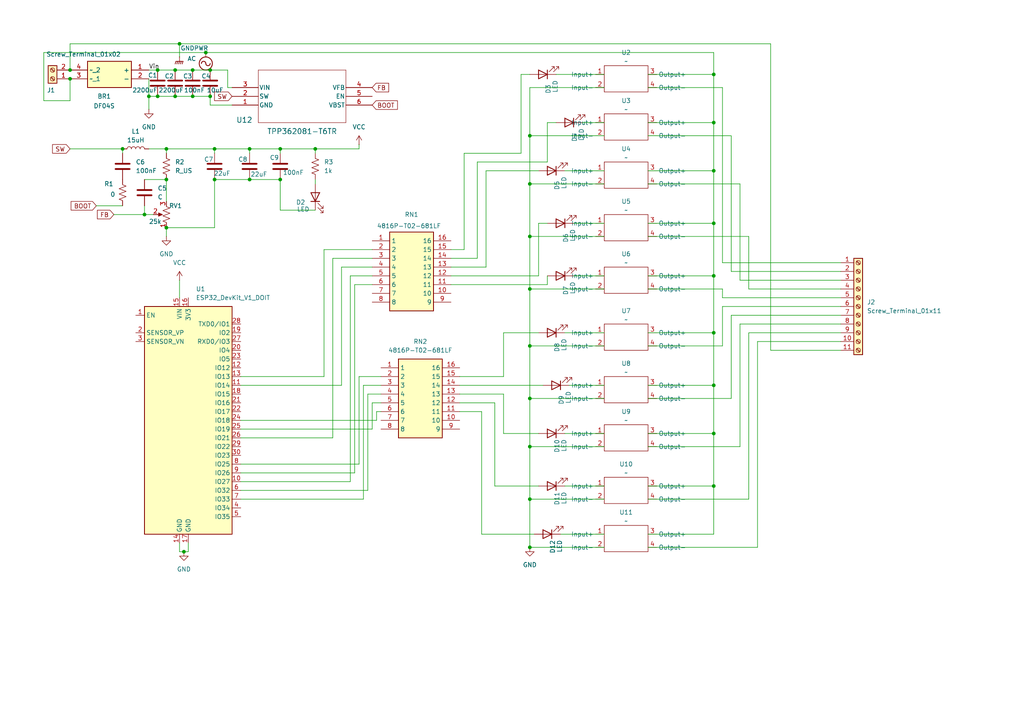
<source format=kicad_sch>
(kicad_sch (version 20231120) (generator "eeschema") (generator_version "8.0")
  (paper "A4")
  (lib_symbols
    (symbol "Bridge_rectifier:DF04S"
      (property "Reference" "BR" (at 19.05 7.62 0))
      (property "Value" "DF04S" (at 19.05 5.08 0))
      (symbol "DF04S_1_1"
        (rectangle (start 5.08 2.54) (end 17.78 -5.08) (stroke (width 0.254)) (fill (type background)))
        (pin passive line (at 0 0 0) (length 5.08) (name "+") (number "1"))
        (pin passive line (at 0 -2.54 0) (length 5.08) (name "-") (number "2"))
        (pin passive line (at 22.86 -2.54 180) (length 5.08) (name "~_1") (number "3"))
        (pin passive line (at 22.86 0 180) (length 5.08) (name "~_2") (number "4"))
      )
    )
    (symbol "Connector:Screw_Terminal_01x02" (pin_names (offset 1.016) hide)
      (property "Reference" "J" (at 0 2.54 0))
      (property "Value" "Screw_Terminal_01x02" (at 0 -5.08 0))
      (symbol "Screw_Terminal_01x02_1_1"
        (rectangle (start -1.27 1.27) (end 1.27 -3.81) (stroke (width 0.254)) (fill (type background)))
        (circle (center 0 -2.54) (radius 0.635) (stroke (width 0.1524)))
        (polyline (pts (xy -0.5334 -2.2098) (xy 0.3302 -3.048)) (stroke (width 0.1524)))
        (polyline (pts (xy -0.5334 0.3302) (xy 0.3302 -0.508)) (stroke (width 0.1524)))
        (polyline (pts (xy -0.3556 -2.032) (xy 0.508 -2.8702)) (stroke (width 0.1524)))
        (polyline (pts (xy -0.3556 0.508) (xy 0.508 -0.3302)) (stroke (width 0.1524)))
        (circle (center 0 0) (radius 0.635) (stroke (width 0.1524)))
        (pin passive line (at -5.08 0 0) (length 3.81) (name "Pin_1") (number "1"))
        (pin passive line (at -5.08 -2.54 0) (length 3.81) (name "Pin_2") (number "2"))
      )
    )
    (symbol "Connector:Screw_Terminal_01x11" (pin_names (offset 1.016) hide)
      (property "Reference" "J" (at 0 15.24 0))
      (property "Value" "Screw_Terminal_01x11" (at 0 -15.24 0))
      (symbol "Screw_Terminal_01x11_1_1"
        (rectangle (start -1.27 13.97) (end 1.27 -13.97) (stroke (width 0.254)) (fill (type background)))
        (circle (center 0 -12.7) (radius 0.635) (stroke (width 0.1524)))
        (circle (center 0 -10.16) (radius 0.635) (stroke (width 0.1524)))
        (circle (center 0 -7.62) (radius 0.635) (stroke (width 0.1524)))
        (circle (center 0 -5.08) (radius 0.635) (stroke (width 0.1524)))
        (circle (center 0 -2.54) (radius 0.635) (stroke (width 0.1524)))
        (polyline (pts (xy -0.5334 -12.3698) (xy 0.3302 -13.208)) (stroke (width 0.1524)))
        (polyline (pts (xy -0.5334 -9.8298) (xy 0.3302 -10.668)) (stroke (width 0.1524)))
        (polyline (pts (xy -0.5334 -7.2898) (xy 0.3302 -8.128)) (stroke (width 0.1524)))
        (polyline (pts (xy -0.5334 -4.7498) (xy 0.3302 -5.588)) (stroke (width 0.1524)))
        (polyline (pts (xy -0.5334 -2.2098) (xy 0.3302 -3.048)) (stroke (width 0.1524)))
        (polyline (pts (xy -0.5334 0.3302) (xy 0.3302 -0.508)) (stroke (width 0.1524)))
        (polyline (pts (xy -0.5334 2.8702) (xy 0.3302 2.032)) (stroke (width 0.1524)))
        (polyline (pts (xy -0.5334 5.4102) (xy 0.3302 4.572)) (stroke (width 0.1524)))
        (polyline (pts (xy -0.5334 7.9502) (xy 0.3302 7.112)) (stroke (width 0.1524)))
        (polyline (pts (xy -0.5334 10.4902) (xy 0.3302 9.652)) (stroke (width 0.1524)))
        (polyline (pts (xy -0.5334 13.0302) (xy 0.3302 12.192)) (stroke (width 0.1524)))
        (polyline (pts (xy -0.3556 -12.192) (xy 0.508 -13.0302)) (stroke (width 0.1524)))
        (polyline (pts (xy -0.3556 -9.652) (xy 0.508 -10.4902)) (stroke (width 0.1524)))
        (polyline (pts (xy -0.3556 -7.112) (xy 0.508 -7.9502)) (stroke (width 0.1524)))
        (polyline (pts (xy -0.3556 -4.572) (xy 0.508 -5.4102)) (stroke (width 0.1524)))
        (polyline (pts (xy -0.3556 -2.032) (xy 0.508 -2.8702)) (stroke (width 0.1524)))
        (polyline (pts (xy -0.3556 0.508) (xy 0.508 -0.3302)) (stroke (width 0.1524)))
        (polyline (pts (xy -0.3556 3.048) (xy 0.508 2.2098)) (stroke (width 0.1524)))
        (polyline (pts (xy -0.3556 5.588) (xy 0.508 4.7498)) (stroke (width 0.1524)))
        (polyline (pts (xy -0.3556 8.128) (xy 0.508 7.2898)) (stroke (width 0.1524)))
        (polyline (pts (xy -0.3556 10.668) (xy 0.508 9.8298)) (stroke (width 0.1524)))
        (polyline (pts (xy -0.3556 13.208) (xy 0.508 12.3698)) (stroke (width 0.1524)))
        (circle (center 0 0) (radius 0.635) (stroke (width 0.1524)))
        (circle (center 0 2.54) (radius 0.635) (stroke (width 0.1524)))
        (circle (center 0 5.08) (radius 0.635) (stroke (width 0.1524)))
        (circle (center 0 7.62) (radius 0.635) (stroke (width 0.1524)))
        (circle (center 0 10.16) (radius 0.635) (stroke (width 0.1524)))
        (circle (center 0 12.7) (radius 0.635) (stroke (width 0.1524)))
        (pin passive line (at -5.08 12.7 0) (length 3.81) (name "Pin_1") (number "1"))
        (pin passive line (at -5.08 -10.16 0) (length 3.81) (name "Pin_10") (number "10"))
        (pin passive line (at -5.08 -12.7 0) (length 3.81) (name "Pin_11") (number "11"))
        (pin passive line (at -5.08 10.16 0) (length 3.81) (name "Pin_2") (number "2"))
        (pin passive line (at -5.08 7.62 0) (length 3.81) (name "Pin_3") (number "3"))
        (pin passive line (at -5.08 5.08 0) (length 3.81) (name "Pin_4") (number "4"))
        (pin passive line (at -5.08 2.54 0) (length 3.81) (name "Pin_5") (number "5"))
        (pin passive line (at -5.08 0 0) (length 3.81) (name "Pin_6") (number "6"))
        (pin passive line (at -5.08 -2.54 0) (length 3.81) (name "Pin_7") (number "7"))
        (pin passive line (at -5.08 -5.08 0) (length 3.81) (name "Pin_8") (number "8"))
        (pin passive line (at -5.08 -7.62 0) (length 3.81) (name "Pin_9") (number "9"))
      )
    )
    (symbol "Device:C" (pin_numbers hide) (pin_names (offset 0.254))
      (property "Reference" "C" (at 0.635 2.54 0))
      (property "Value" "C" (at 0.635 -2.54 0))
      (symbol "C_0_1"
        (polyline (pts (xy -2.032 -0.762) (xy 2.032 -0.762)) (stroke (width 0.508)))
        (polyline (pts (xy -2.032 0.762) (xy 2.032 0.762)) (stroke (width 0.508)))
      )
      (symbol "C_1_1"
        (pin passive line (at 0 3.81 270) (length 2.794) (name "~") (number "1"))
        (pin passive line (at 0 -3.81 90) (length 2.794) (name "~") (number "2"))
      )
    )
    (symbol "Device:L" (pin_numbers hide) (pin_names (offset 1.016) hide)
      (property "Reference" "L" (at -1.27 0 90))
      (property "Value" "L" (at 1.905 0 90))
      (symbol "L_0_1"
        (arc (start 0 -2.54) (mid 0.6323 -1.905) (end 0 -1.27))
        (arc (start 0 -1.27) (mid 0.6323 -0.635) (end 0 0))
        (arc (start 0 0) (mid 0.6323 0.635) (end 0 1.27))
        (arc (start 0 1.27) (mid 0.6323 1.905) (end 0 2.54))
      )
      (symbol "L_1_1"
        (pin passive line (at 0 3.81 270) (length 1.27) (name "1") (number "1"))
        (pin passive line (at 0 -3.81 90) (length 1.27) (name "2") (number "2"))
      )
    )
    (symbol "Device:LED" (pin_numbers hide) (pin_names (offset 1.016) hide)
      (property "Reference" "D" (at 0 2.54 0))
      (property "Value" "LED" (at 0 -2.54 0))
      (symbol "LED_0_1"
        (polyline (pts (xy -1.27 -1.27) (xy -1.27 1.27)) (stroke (width 0.254)))
        (polyline (pts (xy -1.27 0) (xy 1.27 0)))
        (polyline (pts (xy 1.27 -1.27) (xy 1.27 1.27) (xy -1.27 0) (xy 1.27 -1.27)) (stroke (width 0.254)))
        (polyline (pts (xy -3.048 -0.762) (xy -4.572 -2.286) (xy -3.81 -2.286) (xy -4.572 -2.286) (xy -4.572 -1.524)))
        (polyline (pts (xy -1.778 -0.762) (xy -3.302 -2.286) (xy -2.54 -2.286) (xy -3.302 -2.286) (xy -3.302 -1.524)))
      )
      (symbol "LED_1_1"
        (pin passive line (at -3.81 0 0) (length 2.54) (name "K") (number "1"))
        (pin passive line (at 3.81 0 180) (length 2.54) (name "A") (number "2"))
      )
    )
    (symbol "Device:R_Potentiometer_US" (pin_names (offset 1.016) hide)
      (property "Reference" "RV" (at -4.445 0 90))
      (property "Value" "R_Potentiometer_US" (at -2.54 0 90))
      (symbol "R_Potentiometer_US_0_1"
        (polyline (pts (xy 0 -2.286) (xy 0 -2.54)))
        (polyline (pts (xy 0 2.54) (xy 0 2.286)))
        (polyline (pts (xy 2.54 0) (xy 1.524 0)))
        (polyline (pts (xy 1.143 0) (xy 2.286 0.508) (xy 2.286 -0.508) (xy 1.143 0)) (fill (type outline)))
        (polyline (pts (xy 0 -0.762) (xy 1.016 -1.143) (xy 0 -1.524) (xy -1.016 -1.905) (xy 0 -2.286)))
        (polyline (pts (xy 0 0.762) (xy 1.016 0.381) (xy 0 0) (xy -1.016 -0.381) (xy 0 -0.762)))
        (polyline (pts (xy 0 2.286) (xy 1.016 1.905) (xy 0 1.524) (xy -1.016 1.143) (xy 0 0.762)))
      )
      (symbol "R_Potentiometer_US_1_1"
        (pin passive line (at 0 3.81 270) (length 1.27) (name "1") (number "1"))
        (pin passive line (at 3.81 0 180) (length 1.27) (name "2") (number "2"))
        (pin passive line (at 0 -3.81 90) (length 1.27) (name "3") (number "3"))
      )
    )
    (symbol "Device:R_US" (pin_numbers hide) (pin_names (offset 0))
      (property "Reference" "R" (at 2.54 0 90))
      (property "Value" "R_US" (at -2.54 0 90))
      (symbol "R_US_0_1"
        (polyline (pts (xy 0 -2.286) (xy 0 -2.54)))
        (polyline (pts (xy 0 2.286) (xy 0 2.54)))
        (polyline (pts (xy 0 -0.762) (xy 1.016 -1.143) (xy 0 -1.524) (xy -1.016 -1.905) (xy 0 -2.286)))
        (polyline (pts (xy 0 0.762) (xy 1.016 0.381) (xy 0 0) (xy -1.016 -0.381) (xy 0 -0.762)))
        (polyline (pts (xy 0 2.286) (xy 1.016 1.905) (xy 0 1.524) (xy -1.016 1.143) (xy 0 0.762)))
      )
      (symbol "R_US_1_1"
        (pin passive line (at 0 3.81 270) (length 1.27) (name "~") (number "1"))
        (pin passive line (at 0 -3.81 90) (length 1.27) (name "~") (number "2"))
      )
    )
    (symbol "Resistor_Network:4816P-T02-681LF"
      (property "Reference" "RN" (at 19.05 7.62 0))
      (property "Value" "4816P-T02-681LF" (at 19.05 5.08 0))
      (symbol "4816P-T02-681LF_1_1"
        (rectangle (start 5.08 2.54) (end 17.78 -20.32) (stroke (width 0.254)) (fill (type background)))
        (pin passive line (at 0 0 0) (length 5.08) (name "1") (number "1"))
        (pin passive line (at 22.86 -15.24 180) (length 5.08) (name "10") (number "10"))
        (pin passive line (at 22.86 -12.7 180) (length 5.08) (name "11") (number "11"))
        (pin passive line (at 22.86 -10.16 180) (length 5.08) (name "12") (number "12"))
        (pin passive line (at 22.86 -7.62 180) (length 5.08) (name "13") (number "13"))
        (pin passive line (at 22.86 -5.08 180) (length 5.08) (name "14") (number "14"))
        (pin passive line (at 22.86 -2.54 180) (length 5.08) (name "15") (number "15"))
        (pin passive line (at 22.86 0 180) (length 5.08) (name "16") (number "16"))
        (pin passive line (at 0 -2.54 0) (length 5.08) (name "2") (number "2"))
        (pin passive line (at 0 -5.08 0) (length 5.08) (name "3") (number "3"))
        (pin passive line (at 0 -7.62 0) (length 5.08) (name "4") (number "4"))
        (pin passive line (at 0 -10.16 0) (length 5.08) (name "5") (number "5"))
        (pin passive line (at 0 -12.7 0) (length 5.08) (name "6") (number "6"))
        (pin passive line (at 0 -15.24 0) (length 5.08) (name "7") (number "7"))
        (pin passive line (at 0 -17.78 0) (length 5.08) (name "8") (number "8"))
        (pin passive line (at 22.86 -17.78 180) (length 5.08) (name "9") (number "9"))
      )
    )
    (symbol "SSR:OR-M4XXA"
      (property "Reference" "U" (at -1.524 -2.032 0))
      (symbol "OR-M4XXA_0_1"
        (rectangle (start 0 0) (end 12.7 7.62))
      )
      (symbol "OR-M4XXA_1_1"
        (pin input line (at 0 5.08 180) (length 2.54) (name "Input+") (number "1"))
        (pin input line (at 0 1.27 180) (length 2.54) (name "Input-") (number "2"))
        (pin output line (at 12.7 5.08 0) (length 2.54) (name "Output+") (number "3"))
        (pin output line (at 12.7 1.27 0) (length 2.54) (name "Output-") (number "4"))
      )
    )
    (symbol "Voltage_Regulator:TPP362081-T6TR" (pin_names (offset 0.254))
      (property "Reference" "U" (at 20.32 10.16 0))
      (property "Value" "TPP362081-T6TR" (at 20.32 7.62 0))
      (symbol "TPP362081-T6TR_0_1"
        (polyline (pts (xy 7.62 -10.16) (xy 33.02 -10.16)) (stroke (width 0.127)))
        (polyline (pts (xy 7.62 5.08) (xy 7.62 -10.16)) (stroke (width 0.127)))
        (polyline (pts (xy 33.02 -10.16) (xy 33.02 5.08)) (stroke (width 0.127)))
        (polyline (pts (xy 33.02 5.08) (xy 7.62 5.08)) (stroke (width 0.127)))
        (pin power_out line (at 0 0 0) (length 7.62) (name "GND") (number "1"))
        (pin output line (at 0 -2.54 0) (length 7.62) (name "SW") (number "2"))
        (pin power_in line (at 0 -5.08 0) (length 7.62) (name "VIN") (number "3"))
        (pin input line (at 40.64 -5.08 180) (length 7.62) (name "VFB") (number "4"))
        (pin input line (at 40.64 -2.54 180) (length 7.62) (name "EN") (number "5"))
        (pin output line (at 40.64 0 180) (length 7.62) (name "VBST") (number "6"))
      )
    )
    (symbol "esp32_devkit_v1:ESP32_DevKit_V1_DOIT"
      (property "Reference" "U" (at -11.43 34.29 0))
      (property "Value" "ESP32_DevKit_V1_DOIT" (at 11.43 34.29 0))
      (symbol "ESP32_DevKit_V1_DOIT_1_1"
        (rectangle (start -12.7 33.02) (end 12.7 -33.02) (stroke (width 0.254)) (fill (type background)))
        (pin input line (at -15.24 30.48 0) (length 2.54) (name "EN") (number "1"))
        (pin bidirectional line (at 15.24 -17.78 180) (length 2.54) (name "IO27") (number "10"))
        (pin bidirectional line (at 15.24 10.16 180) (length 2.54) (name "IO14") (number "11"))
        (pin bidirectional line (at 15.24 15.24 180) (length 2.54) (name "IO12") (number "12"))
        (pin bidirectional line (at 15.24 12.7 180) (length 2.54) (name "IO13") (number "13"))
        (pin power_in line (at -2.54 -35.56 90) (length 2.54) (name "GND") (number "14"))
        (pin power_in line (at -2.54 35.56 270) (length 2.54) (name "VIN") (number "15"))
        (pin power_in line (at 0 35.56 270) (length 2.54) (name "3V3") (number "16"))
        (pin power_in line (at 0 -35.56 90) (length 2.54) (name "GND") (number "17"))
        (pin bidirectional line (at 15.24 7.62 180) (length 2.54) (name "IO15") (number "18"))
        (pin bidirectional line (at 15.24 25.4 180) (length 2.54) (name "IO2") (number "19"))
        (pin input line (at -15.24 25.4 0) (length 2.54) (name "SENSOR_VP") (number "2"))
        (pin bidirectional line (at 15.24 20.32 180) (length 2.54) (name "IO4") (number "20"))
        (pin bidirectional line (at 15.24 5.08 180) (length 2.54) (name "IO16") (number "21"))
        (pin bidirectional line (at 15.24 2.54 180) (length 2.54) (name "IO17") (number "22"))
        (pin bidirectional line (at 15.24 17.78 180) (length 2.54) (name "IO5") (number "23"))
        (pin bidirectional line (at 15.24 0 180) (length 2.54) (name "IO18") (number "24"))
        (pin bidirectional line (at 15.24 -2.54 180) (length 2.54) (name "IO19") (number "25"))
        (pin bidirectional line (at 15.24 -5.08 180) (length 2.54) (name "IO21") (number "26"))
        (pin bidirectional line (at 15.24 22.86 180) (length 2.54) (name "RXD0/IO3") (number "27"))
        (pin bidirectional line (at 15.24 27.94 180) (length 2.54) (name "TXD0/IO1") (number "28"))
        (pin bidirectional line (at 15.24 -7.62 180) (length 2.54) (name "IO22") (number "29"))
        (pin input line (at -15.24 22.86 0) (length 2.54) (name "SENSOR_VN") (number "3"))
        (pin bidirectional line (at 15.24 -10.16 180) (length 2.54) (name "IO23") (number "30"))
        (pin input line (at 15.24 -25.4 180) (length 2.54) (name "IO34") (number "4"))
        (pin input line (at 15.24 -27.94 180) (length 2.54) (name "IO35") (number "5"))
        (pin bidirectional line (at 15.24 -20.32 180) (length 2.54) (name "IO32") (number "6"))
        (pin bidirectional line (at 15.24 -22.86 180) (length 2.54) (name "IO33") (number "7"))
        (pin bidirectional line (at 15.24 -12.7 180) (length 2.54) (name "IO25") (number "8"))
        (pin bidirectional line (at 15.24 -15.24 180) (length 2.54) (name "IO26") (number "9"))
      )
    )
    (symbol "power:AC" (power) (pin_numbers hide) (pin_names (offset 0) hide)
      (property "Value" "AC" (at 0 6.35 0))
      (symbol "AC_0_1"
        (polyline (pts (xy 0 0) (xy 0 1.27)))
        (arc (start 0 3.175) (mid -0.635 3.8073) (end -1.27 3.175) (stroke (width 0.254)))
        (arc (start 0 3.175) (mid 0.635 2.5427) (end 1.27 3.175) (stroke (width 0.254)))
        (circle (center 0 3.175) (radius 1.905) (stroke (width 0.254)))
      )
      (symbol "AC_1_1"
        (pin power_in line (at 0 0 90) (length 0) (name "~") (number "1"))
      )
    )
    (symbol "power:GND" (power) (pin_numbers hide) (pin_names (offset 0) hide)
      (property "Value" "GND" (at 0 -3.81 0))
      (symbol "GND_0_1"
        (polyline (pts (xy 0 0) (xy 0 -1.27) (xy 1.27 -1.27) (xy 0 -2.54) (xy -1.27 -1.27) (xy 0 -1.27)))
      )
      (symbol "GND_1_1"
        (pin power_in line (at 0 0 270) (length 0) (name "~") (number "1"))
      )
    )
    (symbol "power:GNDPWR" (power) (pin_numbers hide) (pin_names (offset 0) hide)
      (property "Value" "GNDPWR" (at 0 -3.302 0))
      (symbol "GNDPWR_0_1"
        (polyline (pts (xy 0 -1.27) (xy 0 0)))
        (polyline (pts (xy -1.016 -1.27) (xy -1.27 -2.032) (xy -1.27 -2.032)) (stroke (width 0.2032)))
        (polyline (pts (xy -0.508 -1.27) (xy -0.762 -2.032) (xy -0.762 -2.032)) (stroke (width 0.2032)))
        (polyline (pts (xy 0 -1.27) (xy -0.254 -2.032) (xy -0.254 -2.032)) (stroke (width 0.2032)))
        (polyline (pts (xy 0.508 -1.27) (xy 0.254 -2.032) (xy 0.254 -2.032)) (stroke (width 0.2032)))
        (polyline (pts (xy 1.016 -1.27) (xy -1.016 -1.27) (xy -1.016 -1.27)) (stroke (width 0.2032)))
        (polyline (pts (xy 1.016 -1.27) (xy 0.762 -2.032) (xy 0.762 -2.032) (xy 0.762 -2.032)) (stroke (width 0.2032)))
      )
      (symbol "GNDPWR_1_1"
        (pin power_in line (at 0 0 270) (length 0) (name "~") (number "1"))
      )
    )
    (symbol "power:VCC" (power) (pin_numbers hide) (pin_names (offset 0) hide)
      (property "Value" "VCC" (at 0 3.556 0))
      (symbol "VCC_0_1"
        (polyline (pts (xy -0.762 1.27) (xy 0 2.54)))
        (polyline (pts (xy 0 0) (xy 0 2.54)))
        (polyline (pts (xy 0 2.54) (xy 0.762 1.27)))
      )
      (symbol "VCC_1_1"
        (pin power_in line (at 0 0 90) (length 0) (name "~") (number "1"))
      )
    )
  )
  (junction (at 153.67 129.54))
  (junction (at 153.67 100.33))
  (junction (at 153.67 68.58))
  (junction (at 207.01 125.73))
  (junction (at 153.67 158.75))
  (junction (at 207.01 21.59))
  (junction (at 81.28 43.18))
  (junction (at 55.88 20.32))
  (junction (at 48.26 43.18))
  (junction (at 60.96 27.94))
  (junction (at 62.23 43.18))
  (junction (at 207.01 35.56))
  (junction (at 43.18 27.94))
  (junction (at 20.32 22.86))
  (junction (at 48.26 66.04))
  (junction (at 50.8 20.32))
  (junction (at 45.72 20.32))
  (junction (at 45.72 27.94))
  (junction (at 59.69 15.24))
  (junction (at 50.8 27.94))
  (junction (at 81.28 52.07))
  (junction (at 35.56 43.18))
  (junction (at 153.67 115.57))
  (junction (at 207.01 111.76))
  (junction (at 41.91 62.23))
  (junction (at 48.26 52.07))
  (junction (at 153.67 83.82))
  (junction (at 72.39 52.07))
  (junction (at 72.39 43.18))
  (junction (at 153.67 144.78))
  (junction (at 207.01 49.53))
  (junction (at 62.23 52.07))
  (junction (at 91.44 43.18))
  (junction (at 53.34 160.02))
  (junction (at 207.01 96.52))
  (junction (at 60.96 20.32))
  (junction (at 52.07 12.7))
  (junction (at 55.88 27.94))
  (junction (at 20.32 20.32))
  (junction (at 207.01 140.97))
  (junction (at 153.67 53.34))
  (junction (at 153.67 39.37))
  (junction (at 207.01 64.77))
  (junction (at 207.01 80.01))
  (wire (pts (xy 153.67 158.75) (xy 175.26 158.75)))
  (wire (pts (xy 187.96 100.33) (xy 209.55 100.33)))
  (wire (pts (xy 165.1 111.76) (xy 175.26 111.76)))
  (wire (pts (xy 187.96 129.54) (xy 214.63 129.54)))
  (wire (pts (xy 166.37 64.77) (xy 175.26 64.77)))
  (wire (pts (xy 48.26 68.58) (xy 48.26 66.04)))
  (wire (pts (xy 146.05 109.22) (xy 146.05 96.52)))
  (wire (pts (xy 209.55 88.9) (xy 209.55 100.33)))
  (wire (pts (xy 50.8 20.32) (xy 55.88 20.32)))
  (wire (pts (xy 207.01 96.52) (xy 207.01 111.76)))
  (wire (pts (xy 143.51 116.84) (xy 143.51 140.97)))
  (wire (pts (xy 12.7 15.24) (xy 12.7 29.21)))
  (wire (pts (xy 146.05 96.52) (xy 156.21 96.52)))
  (wire (pts (xy 243.84 83.82) (xy 217.17 83.82)))
  (wire (pts (xy 143.51 140.97) (xy 156.21 140.97)))
  (wire (pts (xy 212.09 78.74) (xy 243.84 78.74)))
  (wire (pts (xy 153.67 129.54) (xy 175.26 129.54)))
  (wire (pts (xy 138.43 46.99) (xy 158.75 46.99)))
  (wire (pts (xy 81.28 52.07) (xy 81.28 60.96)))
  (wire (pts (xy 153.67 83.82) (xy 153.67 100.33)))
  (wire (pts (xy 96.52 127) (xy 96.52 74.93)))
  (wire (pts (xy 105.41 144.78) (xy 105.41 111.76)))
  (wire (pts (xy 102.87 82.55) (xy 107.95 82.55)))
  (wire (pts (xy 102.87 137.16) (xy 102.87 82.55)))
  (wire (pts (xy 81.28 43.18) (xy 91.44 43.18)))
  (wire (pts (xy 214.63 81.28) (xy 214.63 53.34)))
  (wire (pts (xy 212.09 39.37) (xy 212.09 78.74)))
  (wire (pts (xy 69.85 139.7) (xy 101.6 139.7)))
  (wire (pts (xy 69.85 121.92) (xy 109.22 121.92)))
  (wire (pts (xy 130.81 82.55) (xy 158.75 82.55)))
  (wire (pts (xy 207.01 21.59) (xy 207.01 35.56)))
  (wire (pts (xy 134.62 44.45) (xy 151.13 44.45)))
  (wire (pts (xy 130.81 80.01) (xy 156.21 80.01)))
  (wire (pts (xy 212.09 91.44) (xy 212.09 115.57)))
  (wire (pts (xy 43.18 20.32) (xy 45.72 20.32)))
  (wire (pts (xy 53.34 160.02) (xy 54.61 160.02)))
  (wire (pts (xy 153.67 39.37) (xy 175.26 39.37)))
  (wire (pts (xy 146.05 125.73) (xy 156.21 125.73)))
  (wire (pts (xy 52.07 12.7) (xy 52.07 16.51)))
  (wire (pts (xy 153.67 68.58) (xy 153.67 83.82)))
  (wire (pts (xy 109.22 119.38) (xy 110.49 119.38)))
  (wire (pts (xy 107.95 116.84) (xy 110.49 116.84)))
  (wire (pts (xy 101.6 139.7) (xy 101.6 80.01)))
  (wire (pts (xy 207.01 111.76) (xy 207.01 125.73)))
  (wire (pts (xy 153.67 53.34) (xy 153.67 68.58)))
  (wire (pts (xy 217.17 144.78) (xy 187.96 144.78)))
  (wire (pts (xy 62.23 43.18) (xy 62.23 44.45)))
  (wire (pts (xy 35.56 59.69) (xy 27.94 59.69)))
  (wire (pts (xy 243.84 81.28) (xy 214.63 81.28)))
  (wire (pts (xy 130.81 77.47) (xy 140.97 77.47)))
  (wire (pts (xy 60.96 30.48) (xy 67.31 30.48)))
  (wire (pts (xy 43.18 31.75) (xy 43.18 27.94)))
  (wire (pts (xy 175.26 115.57) (xy 153.67 115.57)))
  (wire (pts (xy 219.71 99.06) (xy 219.71 158.75)))
  (wire (pts (xy 209.55 76.2) (xy 243.84 76.2)))
  (wire (pts (xy 41.91 59.69) (xy 41.91 62.23)))
  (wire (pts (xy 243.84 93.98) (xy 214.63 93.98)))
  (wire (pts (xy 207.01 140.97) (xy 207.01 154.94)))
  (wire (pts (xy 45.72 27.94) (xy 50.8 27.94)))
  (wire (pts (xy 187.96 154.94) (xy 207.01 154.94)))
  (wire (pts (xy 151.13 21.59) (xy 153.67 21.59)))
  (wire (pts (xy 138.43 74.93) (xy 138.43 46.99)))
  (wire (pts (xy 153.67 25.4) (xy 153.67 39.37)))
  (wire (pts (xy 52.07 12.7) (xy 223.52 12.7)))
  (wire (pts (xy 207.01 49.53) (xy 207.01 64.77)))
  (wire (pts (xy 43.18 27.94) (xy 43.18 22.86)))
  (wire (pts (xy 91.44 60.96) (xy 81.28 60.96)))
  (wire (pts (xy 187.96 21.59) (xy 207.01 21.59)))
  (wire (pts (xy 133.35 109.22) (xy 146.05 109.22)))
  (wire (pts (xy 107.95 124.46) (xy 107.95 116.84)))
  (wire (pts (xy 55.88 20.32) (xy 60.96 20.32)))
  (wire (pts (xy 62.23 43.18) (xy 48.26 43.18)))
  (wire (pts (xy 243.84 88.9) (xy 209.55 88.9)))
  (wire (pts (xy 139.7 119.38) (xy 139.7 154.94)))
  (wire (pts (xy 153.67 144.78) (xy 175.26 144.78)))
  (wire (pts (xy 41.91 52.07) (xy 48.26 52.07)))
  (wire (pts (xy 43.18 27.94) (xy 45.72 27.94)))
  (wire (pts (xy 243.84 96.52) (xy 217.17 96.52)))
  (wire (pts (xy 223.52 12.7) (xy 223.52 101.6)))
  (wire (pts (xy 209.55 86.36) (xy 243.84 86.36)))
  (wire (pts (xy 166.37 80.01) (xy 175.26 80.01)))
  (wire (pts (xy 91.44 53.34) (xy 91.44 52.07)))
  (wire (pts (xy 219.71 158.75) (xy 187.96 158.75)))
  (wire (pts (xy 91.44 43.18) (xy 91.44 44.45)))
  (wire (pts (xy 105.41 111.76) (xy 110.49 111.76)))
  (wire (pts (xy 69.85 137.16) (xy 102.87 137.16)))
  (wire (pts (xy 163.83 140.97) (xy 175.26 140.97)))
  (wire (pts (xy 133.35 114.3) (xy 146.05 114.3)))
  (wire (pts (xy 69.85 144.78) (xy 105.41 144.78)))
  (wire (pts (xy 33.02 62.23) (xy 41.91 62.23)))
  (wire (pts (xy 106.68 142.24) (xy 106.68 114.3)))
  (wire (pts (xy 153.67 115.57) (xy 153.67 129.54)))
  (wire (pts (xy 72.39 43.18) (xy 72.39 44.45)))
  (wire (pts (xy 153.67 100.33) (xy 153.67 115.57)))
  (wire (pts (xy 187.96 125.73) (xy 207.01 125.73)))
  (wire (pts (xy 163.83 125.73) (xy 175.26 125.73)))
  (wire (pts (xy 217.17 96.52) (xy 217.17 144.78)))
  (wire (pts (xy 99.06 77.47) (xy 107.95 77.47)))
  (wire (pts (xy 162.56 154.94) (xy 175.26 154.94)))
  (wire (pts (xy 187.96 53.34) (xy 214.63 53.34)))
  (wire (pts (xy 101.6 80.01) (xy 107.95 80.01)))
  (wire (pts (xy 69.85 111.76) (xy 99.06 111.76)))
  (wire (pts (xy 158.75 35.56) (xy 161.29 35.56)))
  (wire (pts (xy 158.75 82.55) (xy 158.75 80.01)))
  (wire (pts (xy 243.84 91.44) (xy 212.09 91.44)))
  (wire (pts (xy 187.96 25.4) (xy 209.55 25.4)))
  (wire (pts (xy 187.96 96.52) (xy 207.01 96.52)))
  (wire (pts (xy 66.04 25.4) (xy 66.04 20.32)))
  (wire (pts (xy 187.96 64.77) (xy 207.01 64.77)))
  (wire (pts (xy 35.56 43.18) (xy 35.56 44.45)))
  (wire (pts (xy 158.75 46.99) (xy 158.75 35.56)))
  (wire (pts (xy 62.23 52.07) (xy 72.39 52.07)))
  (wire (pts (xy 217.17 83.82) (xy 217.17 68.58)))
  (wire (pts (xy 187.96 80.01) (xy 207.01 80.01)))
  (wire (pts (xy 41.91 62.23) (xy 44.45 62.23)))
  (wire (pts (xy 209.55 86.36) (xy 209.55 83.82)))
  (wire (pts (xy 153.67 100.33) (xy 175.26 100.33)))
  (wire (pts (xy 133.35 119.38) (xy 139.7 119.38)))
  (wire (pts (xy 69.85 142.24) (xy 106.68 142.24)))
  (wire (pts (xy 54.61 157.48) (xy 54.61 160.02)))
  (wire (pts (xy 153.67 83.82) (xy 175.26 83.82)))
  (wire (pts (xy 104.14 134.62) (xy 104.14 109.22)))
  (wire (pts (xy 146.05 114.3) (xy 146.05 125.73)))
  (wire (pts (xy 187.96 35.56) (xy 207.01 35.56)))
  (wire (pts (xy 72.39 43.18) (xy 81.28 43.18)))
  (wire (pts (xy 60.96 30.48) (xy 60.96 27.94)))
  (wire (pts (xy 134.62 44.45) (xy 134.62 72.39)))
  (wire (pts (xy 59.69 15.24) (xy 207.01 15.24)))
  (wire (pts (xy 133.35 116.84) (xy 143.51 116.84)))
  (wire (pts (xy 163.83 49.53) (xy 175.26 49.53)))
  (wire (pts (xy 52.07 81.28) (xy 52.07 86.36)))
  (wire (pts (xy 187.96 111.76) (xy 207.01 111.76)))
  (wire (pts (xy 48.26 43.18) (xy 48.26 44.45)))
  (wire (pts (xy 48.26 66.04) (xy 62.23 66.04)))
  (wire (pts (xy 104.14 41.91) (xy 104.14 43.18)))
  (wire (pts (xy 20.32 29.21) (xy 20.32 22.86)))
  (wire (pts (xy 109.22 121.92) (xy 109.22 119.38)))
  (wire (pts (xy 153.67 39.37) (xy 153.67 53.34)))
  (wire (pts (xy 207.01 80.01) (xy 207.01 96.52)))
  (wire (pts (xy 55.88 27.94) (xy 60.96 27.94)))
  (wire (pts (xy 48.26 52.07) (xy 48.26 58.42)))
  (wire (pts (xy 72.39 52.07) (xy 81.28 52.07)))
  (wire (pts (xy 139.7 154.94) (xy 154.94 154.94)))
  (wire (pts (xy 66.04 25.4) (xy 67.31 25.4)))
  (wire (pts (xy 60.96 20.32) (xy 66.04 20.32)))
  (wire (pts (xy 156.21 64.77) (xy 158.75 64.77)))
  (wire (pts (xy 106.68 114.3) (xy 110.49 114.3)))
  (wire (pts (xy 104.14 43.18) (xy 91.44 43.18)))
  (wire (pts (xy 140.97 77.47) (xy 140.97 49.53)))
  (wire (pts (xy 187.96 49.53) (xy 207.01 49.53)))
  (wire (pts (xy 187.96 68.58) (xy 217.17 68.58)))
  (wire (pts (xy 207.01 35.56) (xy 207.01 49.53)))
  (wire (pts (xy 43.18 43.18) (xy 48.26 43.18)))
  (wire (pts (xy 153.67 144.78) (xy 153.67 158.75)))
  (wire (pts (xy 207.01 64.77) (xy 207.01 80.01)))
  (wire (pts (xy 214.63 93.98) (xy 214.63 129.54)))
  (wire (pts (xy 153.67 68.58) (xy 175.26 68.58)))
  (wire (pts (xy 187.96 140.97) (xy 207.01 140.97)))
  (wire (pts (xy 52.07 160.02) (xy 53.34 160.02)))
  (wire (pts (xy 209.55 25.4) (xy 209.55 76.2)))
  (wire (pts (xy 20.32 43.18) (xy 35.56 43.18)))
  (wire (pts (xy 243.84 99.06) (xy 219.71 99.06)))
  (wire (pts (xy 93.98 72.39) (xy 107.95 72.39)))
  (wire (pts (xy 69.85 124.46) (xy 107.95 124.46)))
  (wire (pts (xy 140.97 49.53) (xy 156.21 49.53)))
  (wire (pts (xy 156.21 80.01) (xy 156.21 64.77)))
  (wire (pts (xy 99.06 111.76) (xy 99.06 77.47)))
  (wire (pts (xy 133.35 111.76) (xy 157.48 111.76)))
  (wire (pts (xy 52.07 157.48) (xy 52.07 160.02)))
  (wire (pts (xy 175.26 25.4) (xy 153.67 25.4)))
  (wire (pts (xy 59.69 15.24) (xy 12.7 15.24)))
  (wire (pts (xy 12.7 29.21) (xy 20.32 29.21)))
  (wire (pts (xy 187.96 83.82) (xy 209.55 83.82)))
  (wire (pts (xy 207.01 125.73) (xy 207.01 140.97)))
  (wire (pts (xy 45.72 20.32) (xy 50.8 20.32)))
  (wire (pts (xy 187.96 39.37) (xy 212.09 39.37)))
  (wire (pts (xy 20.32 12.7) (xy 20.32 20.32)))
  (wire (pts (xy 153.67 129.54) (xy 153.67 144.78)))
  (wire (pts (xy 81.28 43.18) (xy 81.28 44.45)))
  (wire (pts (xy 104.14 109.22) (xy 110.49 109.22)))
  (wire (pts (xy 20.32 12.7) (xy 52.07 12.7)))
  (wire (pts (xy 212.09 115.57) (xy 187.96 115.57)))
  (wire (pts (xy 62.23 43.18) (xy 72.39 43.18)))
  (wire (pts (xy 163.83 96.52) (xy 175.26 96.52)))
  (wire (pts (xy 151.13 44.45) (xy 151.13 21.59)))
  (wire (pts (xy 69.85 109.22) (xy 93.98 109.22)))
  (wire (pts (xy 130.81 74.93) (xy 138.43 74.93)))
  (wire (pts (xy 93.98 109.22) (xy 93.98 72.39)))
  (wire (pts (xy 69.85 127) (xy 96.52 127)))
  (wire (pts (xy 161.29 21.59) (xy 175.26 21.59)))
  (wire (pts (xy 168.91 35.56) (xy 175.26 35.56)))
  (wire (pts (xy 207.01 15.24) (xy 207.01 21.59)))
  (wire (pts (xy 134.62 72.39) (xy 130.81 72.39)))
  (wire (pts (xy 96.52 74.93) (xy 107.95 74.93)))
  (wire (pts (xy 50.8 27.94) (xy 55.88 27.94)))
  (wire (pts (xy 62.23 52.07) (xy 62.23 66.04)))
  (wire (pts (xy 243.84 101.6) (xy 223.52 101.6)))
  (wire (pts (xy 69.85 134.62) (xy 104.14 134.62)))
  (wire (pts (xy 153.67 53.34) (xy 175.26 53.34)))
  (label "Vin" (at 43.18 20.32 0))
  (global_label "BOOT" (shape input) (at 27.94 59.69 180) (property "Intersheetrefs" "${INTERSHEET_REFS}" (effects (hide yes))))
  (global_label "SW" (shape input) (at 67.31 27.94 180) (property "Intersheetrefs" "${INTERSHEET_REFS}" (effects (hide yes))))
  (global_label "FB" (shape input) (at 107.95 25.4 0) (property "Intersheetrefs" "${INTERSHEET_REFS}" (effects (hide yes))))
  (global_label "SW" (shape input) (at 20.32 43.18 180) (property "Intersheetrefs" "${INTERSHEET_REFS}" (effects (hide yes))))
  (global_label "FB" (shape input) (at 33.02 62.23 180) (property "Intersheetrefs" "${INTERSHEET_REFS}" (effects (hide yes))))
  (global_label "BOOT" (shape input) (at 107.95 30.48 0) (property "Intersheetrefs" "${INTERSHEET_REFS}" (effects (hide yes))))
  (symbol (lib_id "Resistor_Network:4816P-T02-681LF") (at 107.95 69.85 0) (unit 1)
    (property "Reference" "RN1" (at 119.38 62.23 0))
    (property "Value" "4816P-T02-681LF" (at 118.618 65.532 0))
    (property "Footprint" "Resistor_Network:SOIC127P762X240-16N" (effects (hide yes)))
    (property "Datasheet" "https://www.bourns.com/docs/Product-Datasheets/4800P.pdf" (effects (hide yes)))
    (property "Description" "680 Ohm +/-2% 80mW Power Per Element Bussed 15 Resistor Network/Array +/-100ppm/C 16-SOIC (0.220\", 5.59mm Width)" (effects (hide yes)))
    (property "Height" "2.4" (effects (hide yes)))
    (property "Manufacturer_Name" "Bourns" (effects (hide yes)))
    (property "Manufacturer_Part_Number" "4816P-T02-681LF" (effects (hide yes)))
    (property "Mouser Part Number" "652-4816P-T2LF-680" (effects (hide yes)))
    (property "Mouser Price/Stock" "https://www.mouser.co.uk/ProductDetail/Bourns/4816P-T02-681LF?qs=NkMPHUeWBAZOGQ0JXeb4TA%3D%3D" (effects (hide yes)))
    (property "Arrow Part Number" "4816P-T02-681LF" (effects (hide yes)))
    (property "Arrow Price/Stock" "https://www.arrow.com/en/products/4816p-t02-681lf/bourns" (effects (hide yes)))
  )
  (symbol (lib_id "Device:LED") (at 158.75 154.94 180) (unit 1)
    (property "Reference" "D12" (at 160.274 160.528 90) (effects (justify right)))
    (property "Value" "LED" (at 162.306 160.274 90) (effects (justify right)))
    (property "Footprint" "LED_SMD:LED_0402_1005Metric" (effects (hide yes)))
    (property "Description" "Light emitting diode" (effects (hide yes)))
  )
  (symbol (lib_id "power:AC") (at 59.69 15.24 180) (unit 1)
    (property "Reference" "#PWR06" (effects (hide yes)))
    (property "Value" "AC" (at 55.626 17.018 0))
    (property "Description" "Power symbol creates a global label with name \"AC\"" (effects (hide yes)))
  )
  (symbol (lib_id "Device:R_US") (at 91.44 48.26 0) (unit 1)
    (property "Reference" "R3" (at 93.98 46.9899 0) (effects (justify left)))
    (property "Value" "1k" (at 93.98 49.5299 0) (effects (justify left)))
    (property "Description" "Resistor, US symbol" (effects (hide yes)))
  )
  (symbol (lib_id "Device:C") (at 50.8 24.13 0) (unit 1)
    (property "Reference" "C2" (at 47.752 22.098 0) (effects (justify left)))
    (property "Value" "2200uF" (at 45.974 26.162 0) (effects (justify left)))
    (property "Description" "Unpolarized capacitor" (effects (hide yes)))
  )
  (symbol (lib_id "SSR:OR-M4XXA") (at 175.26 54.61 0) (unit 1)
    (property "Reference" "U4" (at 181.61 43.18 0))
    (property "Value" "~" (at 181.61 45.72 0))
    (property "Footprint" "SSR:OR-M4XXA" (effects (hide yes)))
  )
  (symbol (lib_id "Device:C") (at 60.96 24.13 0) (unit 1)
    (property "Reference" "C4" (at 58.42 22.098 0) (effects (justify left)))
    (property "Value" "10uF" (at 59.944 26.162 0) (effects (justify left)))
    (property "Description" "Unpolarized capacitor" (effects (hide yes)))
  )
  (symbol (lib_id "SSR:OR-M4XXA") (at 175.26 85.09 0) (unit 1)
    (property "Reference" "U6" (at 181.61 73.66 0))
    (property "Value" "~" (at 181.61 76.2 0))
    (property "Footprint" "SSR:OR-M4XXA" (effects (hide yes)))
  )
  (symbol (lib_id "power:VCC") (at 52.07 81.28 0) (unit 1)
    (property "Reference" "#PWR04" (effects (hide yes)))
    (property "Value" "VCC" (at 52.07 76.2 0))
    (property "Description" "Power symbol creates a global label with name \"VCC\"" (effects (hide yes)))
  )
  (symbol (lib_id "Device:C") (at 45.72 24.13 0) (unit 1)
    (property "Reference" "C1" (at 42.926 21.844 0) (effects (justify left)))
    (property "Value" "2200uF" (at 38.354 26.162 0) (effects (justify left)))
    (property "Description" "Unpolarized capacitor" (effects (hide yes)))
  )
  (symbol (lib_id "Device:LED") (at 91.44 57.15 90) (unit 1)
    (property "Reference" "D2" (at 85.852 58.674 90) (effects (justify right)))
    (property "Value" "LED" (at 86.106 60.706 90) (effects (justify right)))
    (property "Footprint" "LED_SMD:LED_0402_1005Metric" (effects (hide yes)))
    (property "Description" "Light emitting diode" (effects (hide yes)))
  )
  (symbol (lib_id "Device:R_Potentiometer_US") (at 48.26 62.23 180) (unit 1)
    (property "Reference" "RV1" (at 49.022 59.69 0) (effects (justify right)))
    (property "Value" "25k" (at 43.18 64.262 0) (effects (justify right)))
    (property "Footprint" "Potentiometer:RES3_PV36W103C01B00_BRN" (effects (hide yes)))
    (property "Description" "Potentiometer, US symbol" (effects (hide yes)))
  )
  (symbol (lib_id "Voltage_Regulator:TPP362081-T6TR") (at 67.31 30.48 0) (mirror x) (unit 1)
    (property "Reference" "U12" (at 70.866 34.798 0) (effects (font (size 1.524 1.524))))
    (property "Value" "TPP362081-T6TR" (at 87.63 38.1 0) (effects (font (size 1.524 1.524))))
    (property "Footprint" "TSOT23-6-A_TPK" (effects (hide yes)))
    (property "Datasheet" "TPP362081-T6TR" (effects (hide yes)))
  )
  (symbol (lib_id "power:GND") (at 53.34 160.02 0) (unit 1)
    (property "Reference" "#PWR05" (effects (hide yes)))
    (property "Value" "GND" (at 53.34 165.1 0))
    (property "Description" "Power symbol creates a global label with name \"GND\" , ground" (effects (hide yes)))
  )
  (symbol (lib_id "Bridge_rectifier:DF04S") (at 43.18 20.32 0) (mirror y) (unit 1)
    (property "Reference" "BR1" (at 30.226 27.94 0))
    (property "Value" "DF04S" (at 30.226 30.734 0))
    (property "Footprint" "Bridge_rectifier:SOP510P1040X260-4N" (effects (hide yes)))
    (property "Datasheet" "https://www.diodes.com/assets/Datasheets/ds17001.pdf" (effects (hide yes)))
    (property "Description" "Bridge Rectifier, 1 Phase, Full Wave, 400 Volt, SO" (effects (hide yes)))
    (property "Height" "2.6" (effects (hide yes)))
    (property "Manufacturer_Name" "Vishay" (effects (hide yes)))
    (property "Manufacturer_Part_Number" "DF04S" (effects (hide yes)))
  )
  (symbol (lib_id "SSR:OR-M4XXA") (at 175.26 101.6 0) (unit 1)
    (property "Reference" "U7" (at 181.61 90.17 0))
    (property "Value" "~" (at 181.61 92.71 0))
    (property "Footprint" "SSR:OR-M4XXA" (effects (hide yes)))
  )
  (symbol (lib_id "power:GNDPWR") (at 52.07 16.51 0) (unit 1)
    (property "Reference" "#PWR07" (effects (hide yes)))
    (property "Value" "GNDPWR" (at 56.388 13.97 0))
    (property "Description" "Power symbol creates a global label with name \"GNDPWR\" , global ground" (effects (hide yes)))
  )
  (symbol (lib_id "power:GND") (at 153.67 158.75 0) (unit 1)
    (property "Reference" "#PWR02" (effects (hide yes)))
    (property "Value" "GND" (at 153.67 163.83 0))
    (property "Description" "Power symbol creates a global label with name \"GND\" , ground" (effects (hide yes)))
  )
  (symbol (lib_id "Device:LED") (at 160.02 96.52 180) (unit 1)
    (property "Reference" "D8" (at 161.544 102.108 90) (effects (justify right)))
    (property "Value" "LED" (at 163.576 101.854 90) (effects (justify right)))
    (property "Footprint" "LED_SMD:LED_0402_1005Metric" (effects (hide yes)))
    (property "Description" "Light emitting diode" (effects (hide yes)))
  )
  (symbol (lib_id "SSR:OR-M4XXA") (at 175.26 69.85 0) (unit 1)
    (property "Reference" "U5" (at 181.61 58.42 0))
    (property "Value" "~" (at 181.61 60.96 0))
    (property "Footprint" "SSR:OR-M4XXA" (effects (hide yes)))
  )
  (symbol (lib_id "Device:C") (at 62.23 48.26 0) (unit 1)
    (property "Reference" "C7" (at 59.182 46.228 0) (effects (justify left)))
    (property "Value" "22uF" (at 61.976 50.292 0) (effects (justify left)))
    (property "Description" "Unpolarized capacitor" (effects (hide yes)))
  )
  (symbol (lib_id "SSR:OR-M4XXA") (at 175.26 160.02 0) (unit 1)
    (property "Reference" "U11" (at 181.61 148.59 0))
    (property "Value" "~" (at 181.61 151.13 0))
    (property "Footprint" "SSR:OR-M4XXA" (effects (hide yes)))
  )
  (symbol (lib_id "Device:LED") (at 165.1 35.56 180) (unit 1)
    (property "Reference" "D4" (at 166.624 41.148 90) (effects (justify right)))
    (property "Value" "LED" (at 168.656 40.894 90) (effects (justify right)))
    (property "Footprint" "LED_SMD:LED_0402_1005Metric" (effects (hide yes)))
    (property "Description" "Light emitting diode" (effects (hide yes)))
  )
  (symbol (lib_id "Device:C") (at 81.28 48.26 0) (unit 1)
    (property "Reference" "C9" (at 78.232 45.72 0) (effects (justify left)))
    (property "Value" "100nF" (at 82.042 50.038 0) (effects (justify left)))
    (property "Description" "Unpolarized capacitor" (effects (hide yes)))
  )
  (symbol (lib_id "Device:LED") (at 162.56 64.77 180) (unit 1)
    (property "Reference" "D6" (at 164.084 70.358 90) (effects (justify right)))
    (property "Value" "LED" (at 166.116 70.104 90) (effects (justify right)))
    (property "Footprint" "LED_SMD:LED_0402_1005Metric" (effects (hide yes)))
    (property "Description" "Light emitting diode" (effects (hide yes)))
  )
  (symbol (lib_id "Device:LED") (at 160.02 49.53 180) (unit 1)
    (property "Reference" "D5" (at 161.544 55.118 90) (effects (justify right)))
    (property "Value" "LED" (at 163.576 54.864 90) (effects (justify right)))
    (property "Footprint" "LED_SMD:LED_0402_1005Metric" (effects (hide yes)))
    (property "Description" "Light emitting diode" (effects (hide yes)))
  )
  (symbol (lib_id "Device:R_US") (at 48.26 48.26 0) (unit 1)
    (property "Reference" "R2" (at 50.8 46.9899 0) (effects (justify left)))
    (property "Value" "R_US" (at 50.8 49.5299 0) (effects (justify left)))
    (property "Description" "Resistor, US symbol" (effects (hide yes)))
  )
  (symbol (lib_id "power:GND") (at 43.18 31.75 0) (unit 1)
    (property "Reference" "#PWR08" (effects (hide yes)))
    (property "Value" "GND" (at 43.18 36.83 0))
    (property "Description" "Power symbol creates a global label with name \"GND\" , ground" (effects (hide yes)))
  )
  (symbol (lib_id "esp32_devkit_v1:ESP32_DevKit_V1_DOIT") (at 54.61 121.92 0) (unit 1)
    (property "Reference" "U1" (at 56.8041 83.82 0) (effects (justify left)))
    (property "Value" "ESP32_DevKit_V1_DOIT" (at 56.8041 86.36 0) (effects (justify left)))
    (property "Footprint" "esp32_devkit_v1:esp32_devkit_v1" (effects (hide yes)))
    (property "Datasheet" "https://aliexpress.com/item/32864722159.html" (effects (hide yes)))
    (property "Description" "32-bit microcontroller module with WiFi and Bluetooth" (effects (hide yes)))
  )
  (symbol (lib_id "SSR:OR-M4XXA") (at 175.26 130.81 0) (unit 1)
    (property "Reference" "U9" (at 181.61 119.38 0))
    (property "Value" "~" (at 181.61 121.92 0))
    (property "Footprint" "SSR:OR-M4XXA" (effects (hide yes)))
  )
  (symbol (lib_id "Resistor_Network:4816P-T02-681LF") (at 110.49 106.68 0) (unit 1)
    (property "Reference" "RN2" (at 121.92 99.06 0))
    (property "Value" "4816P-T02-681LF" (at 121.92 101.6 0))
    (property "Footprint" "Resistor_Network:SOIC127P762X240-16N" (effects (hide yes)))
    (property "Datasheet" "https://www.bourns.com/docs/Product-Datasheets/4800P.pdf" (effects (hide yes)))
    (property "Description" "680 Ohm +/-2% 80mW Power Per Element Bussed 15 Resistor Network/Array +/-100ppm/C 16-SOIC (0.220\", 5.59mm Width)" (effects (hide yes)))
    (property "Height" "2.4" (effects (hide yes)))
    (property "Manufacturer_Name" "Bourns" (effects (hide yes)))
    (property "Manufacturer_Part_Number" "4816P-T02-681LF" (effects (hide yes)))
    (property "Mouser Part Number" "652-4816P-T2LF-680" (effects (hide yes)))
    (property "Mouser Price/Stock" "https://www.mouser.co.uk/ProductDetail/Bourns/4816P-T02-681LF?qs=NkMPHUeWBAZOGQ0JXeb4TA%3D%3D" (effects (hide yes)))
    (property "Arrow Part Number" "4816P-T02-681LF" (effects (hide yes)))
    (property "Arrow Price/Stock" "https://www.arrow.com/en/products/4816p-t02-681lf/bourns" (effects (hide yes)))
  )
  (symbol (lib_id "Device:C") (at 41.91 55.88 0) (unit 1)
    (property "Reference" "C5" (at 45.72 54.6099 0) (effects (justify left)))
    (property "Value" "C" (at 45.72 57.1499 0) (effects (justify left)))
    (property "Description" "Unpolarized capacitor" (effects (hide yes)))
  )
  (symbol (lib_id "Device:C") (at 35.56 48.26 0) (unit 1)
    (property "Reference" "C6" (at 39.37 46.9899 0) (effects (justify left)))
    (property "Value" "100nF" (at 39.37 49.5299 0) (effects (justify left)))
    (property "Description" "Unpolarized capacitor" (effects (hide yes)))
  )
  (symbol (lib_id "SSR:OR-M4XXA") (at 175.26 116.84 0) (unit 1)
    (property "Reference" "U8" (at 181.61 105.41 0))
    (property "Value" "~" (at 181.61 107.95 0))
    (property "Footprint" "SSR:OR-M4XXA" (effects (hide yes)))
  )
  (symbol (lib_id "SSR:OR-M4XXA") (at 175.26 40.64 0) (unit 1)
    (property "Reference" "U3" (at 181.61 29.21 0))
    (property "Value" "~" (at 181.61 31.75 0))
    (property "Footprint" "SSR:OR-M4XXA" (effects (hide yes)))
  )
  (symbol (lib_id "Device:R_US") (at 35.56 55.88 0) (unit 1)
    (property "Reference" "R1" (at 30.226 53.34 0) (effects (justify left)))
    (property "Value" "0" (at 32.004 56.388 0) (effects (justify left)))
    (property "Description" "Resistor, US symbol" (effects (hide yes)))
  )
  (symbol (lib_id "Device:LED") (at 160.02 140.97 180) (unit 1)
    (property "Reference" "D11" (at 161.544 146.558 90) (effects (justify right)))
    (property "Value" "LED" (at 163.576 146.304 90) (effects (justify right)))
    (property "Footprint" "LED_SMD:LED_0402_1005Metric" (effects (hide yes)))
    (property "Description" "Light emitting diode" (effects (hide yes)))
  )
  (symbol (lib_id "Device:LED") (at 160.02 125.73 180) (unit 1)
    (property "Reference" "D10" (at 161.544 131.318 90) (effects (justify right)))
    (property "Value" "LED" (at 163.576 131.064 90) (effects (justify right)))
    (property "Footprint" "LED_SMD:LED_0402_1005Metric" (effects (hide yes)))
    (property "Description" "Light emitting diode" (effects (hide yes)))
  )
  (symbol (lib_id "SSR:OR-M4XXA") (at 175.26 146.05 0) (unit 1)
    (property "Reference" "U10" (at 181.61 134.62 0))
    (property "Value" "~" (at 181.61 137.16 0))
    (property "Footprint" "SSR:OR-M4XXA" (effects (hide yes)))
  )
  (symbol (lib_id "Device:LED") (at 162.56 80.01 180) (unit 1)
    (property "Reference" "D7" (at 164.084 85.598 90) (effects (justify right)))
    (property "Value" "LED" (at 166.116 85.344 90) (effects (justify right)))
    (property "Footprint" "LED_SMD:LED_0402_1005Metric" (effects (hide yes)))
    (property "Description" "Light emitting diode" (effects (hide yes)))
  )
  (symbol (lib_id "Device:L") (at 39.37 43.18 90) (unit 1)
    (property "Reference" "L1" (at 39.37 38.1 90))
    (property "Value" "15uH" (at 39.37 40.64 90))
    (property "Description" "Inductor" (effects (hide yes)))
  )
  (symbol (lib_id "Device:LED") (at 161.29 111.76 180) (unit 1)
    (property "Reference" "D9" (at 162.814 117.348 90) (effects (justify right)))
    (property "Value" "LED" (at 164.846 117.094 90) (effects (justify right)))
    (property "Footprint" "LED_SMD:LED_0402_1005Metric" (effects (hide yes)))
    (property "Description" "Light emitting diode" (effects (hide yes)))
  )
  (symbol (lib_id "Device:C") (at 55.88 24.13 0) (unit 1)
    (property "Reference" "C3" (at 53.086 22.098 0) (effects (justify left)))
    (property "Value" "100nF" (at 53.34 26.162 0) (effects (justify left)))
    (property "Description" "Unpolarized capacitor" (effects (hide yes)))
  )
  (symbol (lib_id "Connector:Screw_Terminal_01x11") (at 248.92 88.9 0) (unit 1)
    (property "Reference" "J2" (at 251.46 87.6299 0) (effects (justify left)))
    (property "Value" "Screw_Terminal_01x11" (at 251.46 90.1699 0) (effects (justify left)))
    (property "Footprint" "TerminalBlock_Phoenix:TerminalBlock_Phoenix_MKDS-1,5-11_1x11_P5.00mm_Horizontal" (effects (hide yes)))
    (property "Description" "Generic screw terminal, single row, 01x11, script generated (kicad-library-utils/schlib/autogen/connector/)" (effects (hide yes)))
  )
  (symbol (lib_id "SSR:OR-M4XXA") (at 175.26 26.67 0) (unit 1)
    (property "Reference" "U2" (at 181.61 15.24 0))
    (property "Value" "~" (at 181.61 17.78 0))
    (property "Footprint" "SSR:OR-M4XXA" (effects (hide yes)))
  )
  (symbol (lib_id "power:VCC") (at 104.14 41.91 0) (unit 1)
    (property "Reference" "#PWR01" (effects (hide yes)))
    (property "Value" "VCC" (at 104.14 36.83 0))
    (property "Description" "Power symbol creates a global label with name \"VCC\"" (effects (hide yes)))
  )
  (symbol (lib_id "Device:C") (at 72.39 48.26 0) (unit 1)
    (property "Reference" "C8" (at 69.088 46.228 0) (effects (justify left)))
    (property "Value" "22uF" (at 72.644 50.546 0) (effects (justify left)))
    (property "Description" "Unpolarized capacitor" (effects (hide yes)))
  )
  (symbol (lib_id "Connector:Screw_Terminal_01x02") (at 15.24 22.86 180) (unit 1)
    (property "Reference" "J1" (at 16.002 26.162 0) (effects (justify left)))
    (property "Value" "Screw_Terminal_01x02" (at 35.052 15.748 0) (effects (justify left)))
    (property "Footprint" "TerminalBlock_MetzConnect:TerminalBlock_MetzConnect_Type094_RT03502HBLU_1x02_P5.00mm_Horizontal" (effects (hide yes)))
    (property "Description" "Generic screw terminal, single row, 01x02, script generated (kicad-library-utils/schlib/autogen/connector/)" (effects (hide yes)))
  )
  (symbol (lib_id "power:GND") (at 48.26 68.58 0) (unit 1)
    (property "Reference" "#PWR03" (effects (hide yes)))
    (property "Value" "GND" (at 48.26 73.66 0))
    (property "Description" "Power symbol creates a global label with name \"GND\" , ground" (effects (hide yes)))
  )
  (symbol (lib_id "Device:LED") (at 157.48 21.59 180) (unit 1)
    (property "Reference" "D3" (at 159.004 27.178 90) (effects (justify right)))
    (property "Value" "LED" (at 161.036 26.924 90) (effects (justify right)))
    (property "Footprint" "LED_SMD:LED_0402_1005Metric" (effects (hide yes)))
    (property "Description" "Light emitting diode" (effects (hide yes)))
  )
)
</source>
